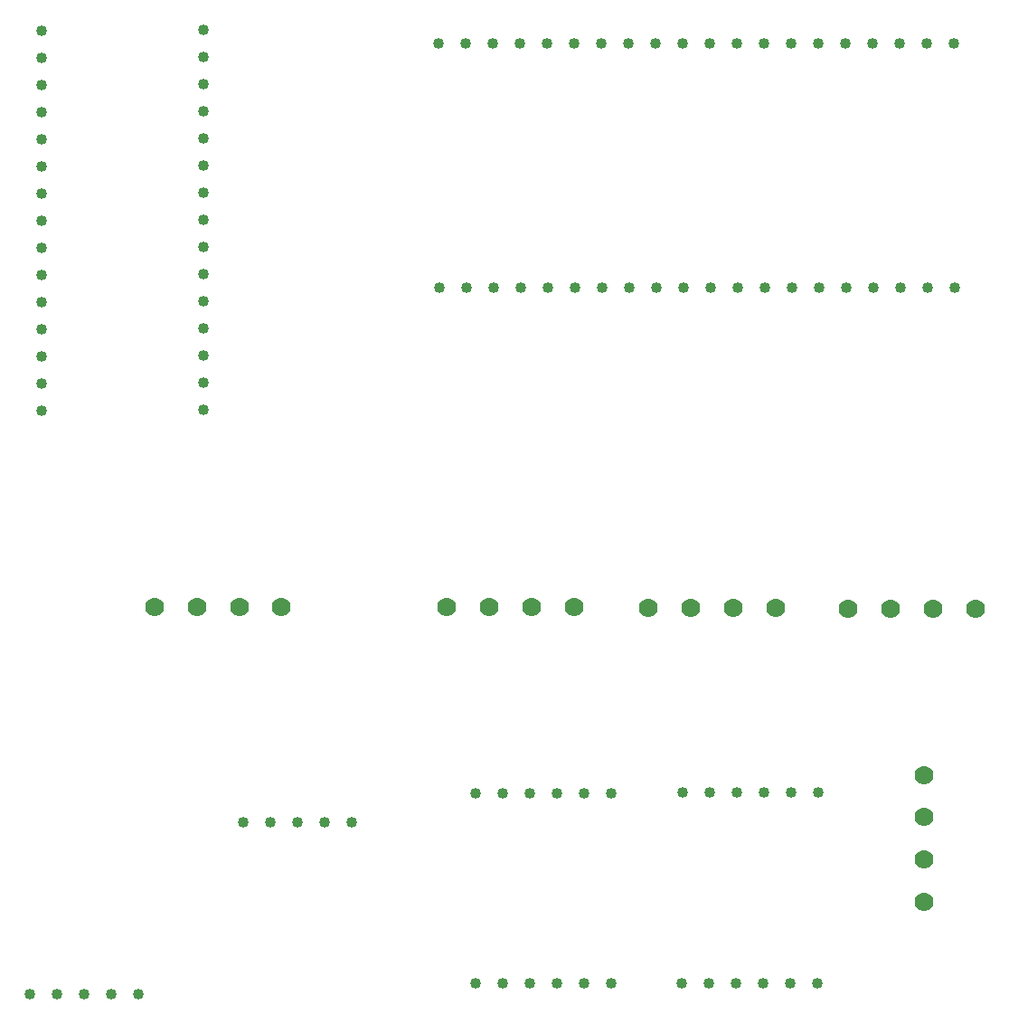
<source format=gbr>
G04 PROTEUS GERBER X2 FILE*
%TF.GenerationSoftware,Labcenter,Proteus,8.6-SP2-Build23525*%
%TF.CreationDate,2019-07-09T03:39:36+00:00*%
%TF.FileFunction,Plated,0,1,PTH*%
%TF.FilePolarity,Positive*%
%TF.Part,Single*%
%FSLAX45Y45*%
%MOMM*%
G01*
%TA.AperFunction,ComponentDrill*%
%ADD23C,1.016000*%
%TA.AperFunction,ComponentDrill*%
%ADD24C,1.778000*%
%TD.AperFunction*%
D23*
X+3048000Y+5586000D03*
X+3302000Y+5586000D03*
X+3556000Y+5586000D03*
X+3810000Y+5586000D03*
X+4064000Y+5586000D03*
X+4318000Y+5586000D03*
X+4572000Y+5586000D03*
X+4826000Y+5586000D03*
X+5080000Y+5586000D03*
X+5334000Y+5586000D03*
X+5588000Y+5586000D03*
X+5842000Y+5586000D03*
X+6096000Y+5586000D03*
X+6350000Y+5586000D03*
X+6604000Y+5586000D03*
X+6858000Y+5586000D03*
X+7112000Y+5586000D03*
X+7366000Y+5586000D03*
X+7620000Y+5586000D03*
X+7874000Y+5586000D03*
X+7882000Y+3298000D03*
X+7628000Y+3298000D03*
X+7374000Y+3298000D03*
X+7120000Y+3298000D03*
X+6866000Y+3298000D03*
X+6612000Y+3298000D03*
X+6358000Y+3298000D03*
X+6104000Y+3298000D03*
X+5850000Y+3298000D03*
X+5596000Y+3298000D03*
X+5342000Y+3298000D03*
X+5088000Y+3298000D03*
X+4834000Y+3298000D03*
X+4580000Y+3298000D03*
X+4326000Y+3298000D03*
X+4072000Y+3298000D03*
X+3818000Y+3298000D03*
X+3564000Y+3298000D03*
X+3310000Y+3298000D03*
X+3056000Y+3298000D03*
X+851500Y+5712000D03*
X+851500Y+5458000D03*
X+851500Y+5204000D03*
X+851500Y+4950000D03*
X+851500Y+4696000D03*
X+851500Y+4442000D03*
X+851500Y+4188000D03*
X+851500Y+3934000D03*
X+851500Y+3680000D03*
X+851500Y+3426000D03*
X+851500Y+3172000D03*
X+851500Y+2918000D03*
X+851500Y+2664000D03*
X+851500Y+2410000D03*
X+851500Y+2156000D03*
X-665500Y+2147000D03*
X-665500Y+2401000D03*
X-665500Y+2655000D03*
X-665500Y+2909000D03*
X-665500Y+3163000D03*
X-665500Y+3417000D03*
X-665500Y+3671000D03*
X-665500Y+3925000D03*
X-665500Y+4179000D03*
X-665500Y+4433000D03*
X-665500Y+4687000D03*
X-665500Y+4941000D03*
X-665500Y+5195000D03*
X-665500Y+5449000D03*
X-665500Y+5703000D03*
X+3395000Y-1432000D03*
X+3649000Y-1432000D03*
X+3903000Y-1432000D03*
X+4157000Y-1432000D03*
X+4411000Y-1432000D03*
X+4665000Y-1432000D03*
X+4665000Y-3207000D03*
X+4411000Y-3207000D03*
X+4157000Y-3207000D03*
X+3903000Y-3207000D03*
X+3649000Y-3207000D03*
X+3395000Y-3207000D03*
X+5339000Y-1425000D03*
X+5593000Y-1425000D03*
X+5847000Y-1425000D03*
X+6101000Y-1425000D03*
X+6355000Y-1425000D03*
X+6609000Y-1425000D03*
X+6603000Y-3210000D03*
X+6349000Y-3210000D03*
X+6095000Y-3210000D03*
X+5841000Y-3210000D03*
X+5587000Y-3210000D03*
X+5333000Y-3210000D03*
X+237000Y-3312000D03*
X-17000Y-3312000D03*
X-271000Y-3312000D03*
X-525000Y-3312000D03*
X-779000Y-3312000D03*
X+2239200Y-1700000D03*
X+1985200Y-1700000D03*
X+1731200Y-1700000D03*
X+1477200Y-1700000D03*
X+1223200Y-1700000D03*
D24*
X+6206000Y+304000D03*
X+5809760Y+304000D03*
X+5413520Y+304000D03*
X+5017280Y+304000D03*
X+4320000Y+310000D03*
X+3923760Y+310000D03*
X+3527520Y+310000D03*
X+3131280Y+310000D03*
X+8079000Y+293000D03*
X+7682760Y+293000D03*
X+7286520Y+293000D03*
X+6890280Y+293000D03*
X+7600000Y-1260000D03*
X+7600000Y-1656240D03*
X+7600000Y-2052480D03*
X+7600000Y-2448720D03*
X+1581000Y+312000D03*
X+1184760Y+312000D03*
X+788520Y+312000D03*
X+392280Y+312000D03*
M02*

</source>
